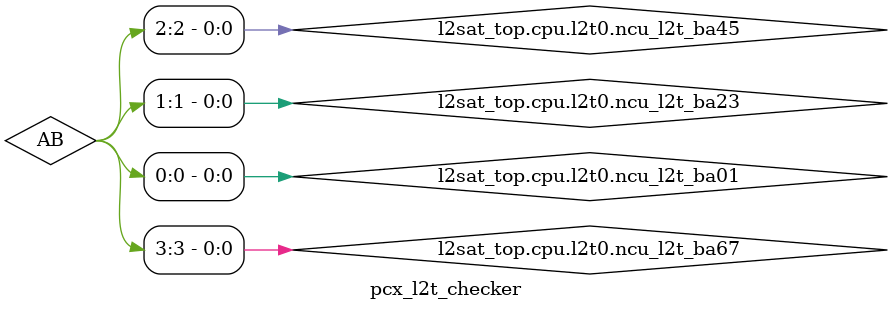
<source format=v>
`ifdef FC_BENCH
 `define TB_TOP tb_top
`else
`ifdef CCM
  `define TB_TOP tb_top
`else
  `define TB_TOP l2sat_top
`endif
`endif

`define pcx_req0            `TB_TOP.cpu.pcx_sctag0_data_rdy_px1
`define pcx_atm0            `TB_TOP.cpu.pcx_sctag0_atm_px1
`define pcx_valid0          `TB_TOP.cpu.pcx_sctag0_data_px2[129:129] 
`define pcx_req0_type       `TB_TOP.cpu.pcx_sctag0_data_px2[128:124]
`define pcx_req0_nc         `TB_TOP.cpu.pcx_sctag0_data_px2[123:123]
`define pcx_req0_cpu_id     `TB_TOP.cpu.pcx_sctag0_data_px2[122:120]
`define pcx_req0_thread_id  `TB_TOP.cpu.pcx_sctag0_data_px2[119:117]
`define pcx_req0_inv        `TB_TOP.cpu.pcx_sctag0_data_px2[116:116]
`define pcx_req0_pf         `TB_TOP.cpu.pcx_sctag0_data_px2[115:115]
`define pcx_req0_bis        `TB_TOP.cpu.pcx_sctag0_data_px2[114:114]
`define pcx_req0_size       `TB_TOP.cpu.pcx_sctag0_data_px2[111:104]
`define pcx_req0_bnk_addr   `TB_TOP.cpu.pcx_sctag0_data_px2[72:70]
`define clk                 `TB_TOP.cpu.l2clk
`define rst_n               `TB_TOP.reset
`define partial_mode_bank0  `TB_TOP.cpu.l2t0.ncu_l2t_pm
`define pcx_sctag0_data_rdy_px1	`TB_TOP.cpu.pcx_sctag0_data_rdy_px1

`define LOAD  5'b00000
`define IFILL 5'b10000
`define STORE 5'b00001
`define CAS_1 5'b00010
`define CAS_2 5'b00011
`define SWAP  5'b00111
`define STRLD 5'b00100
`define STRST 5'b00101
`define MMULD 5'b01000

`define BANK0  3'b000
`define BANK1  3'b001
`define BANK2  3'b010
`define BANK3  3'b011
`define BANK4  3'b100
`define BANK5  3'b101
`define BANK6  3'b110
`define BANK7  3'b111

`define CPU0  3'b000
`define CPU1  3'b001
`define CPU2  3'b010
`define CPU3  3'b011
`define CPU4  3'b100
`define CPU5  3'b101
`define CPU6  3'b110
`define CPU7  3'b111

module pcx_l2t_checker(); // top level module l2_pcx_protocol
reg pcx_sctag0_data_rdy_px1_d1;
wire[3:0] AB;
assign AB = {`TB_TOP.cpu.l2t0.ncu_l2t_ba67, `TB_TOP.cpu.l2t0.ncu_l2t_ba45, `TB_TOP.cpu.l2t0.ncu_l2t_ba23, `TB_TOP.cpu.l2t0.ncu_l2t_ba01};

always @(posedge  `TB_TOP.cpu.l2clk)
   begin
      pcx_sctag0_data_rdy_px1_d1 <= `pcx_sctag0_data_rdy_px1;
   end

`ifdef FC_BENCH

//Check that in Partial Cores Partial Banks mode, the corresponding
//l2clk is gated off and the address translation is correct.
/*
 x0in assert -var (`TB_TOP.cpu.l2t0.l2clk == 1'b0)
            -active (`TB_TOP.cpu.l2t0.ncu_l2t_pm == 1'b1 && `TB_TOP.cpu.l2t0.ncu_l2t_ba01 == 1'b1)
*/
/* x0in assert -var (`TB_TOP.cpu.l2t1.l2clk == 1'b0)
            -active (`TB_TOP.cpu.l2t1.ncu_l2t_pm == 1'b1 && `TB_TOP.cpu.l2t1.ncu_l2t_ba01 == 1'b1)
*/
/* x0in assert -var (`TB_TOP.cpu.l2t2.l2clk == 1'b0)
            -active (`TB_TOP.cpu.l2t2.ncu_l2t_pm == 1'b1 && `TB_TOP.cpu.l2t2.ncu_l2t_ba23 == 1'b1)
*/
/* x0in assert -var (`TB_TOP.cpu.l2t3.l2clk == 1'b0)
            -active (`TB_TOP.cpu.l2t3.ncu_l2t_pm == 1'b1 && `TB_TOP.cpu.l2t3.ncu_l2t_ba23 == 1'b1)
*/
/* x0in assert -var (`TB_TOP.cpu.l2t4.l2clk == 1'b0)
            -active (`TB_TOP.cpu.l2t4.ncu_l2t_pm == 1'b1 && `TB_TOP.cpu.l2t4.ncu_l2t_ba45 == 1'b1)
*/
/* x0in assert -var (`TB_TOP.cpu.l2t5.l2clk == 1'b0)
            -active (`TB_TOP.cpu.l2t5.ncu_l2t_pm == 1'b1 && `TB_TOP.cpu.l2t5.ncu_l2t_ba45 == 1'b1)
*/
/* x0in assert -var (`TB_TOP.cpu.l2t6.l2clk == 1'b0)
            -active (`TB_TOP.cpu.l2t6.ncu_l2t_pm == 1'b1 && `TB_TOP.cpu.l2t6.ncu_l2t_ba67 == 1'b1)
*/
/* x0in assert -var (`TB_TOP.cpu.l2t7.l2clk == 1'b0)
            -active (`TB_TOP.cpu.l2t7.ncu_l2t_pm == 1'b1 && `TB_TOP.cpu.l2t7.ncu_l2t_ba67 == 1'b1)
*/
`endif

/* x0in assert -var (pcx_l2t_data_px2[72:71] == 2'b00) 
            -active (ncu_l2t_pm == 1'b1 && AB == 4'b0001 ) 
            -module l2t
*/
/* x0in assert -var (pcx_l2t_data_px2[72:71] == 2'b01) 
            -active (ncu_l2t_pm == 1'b1 && AB == 4'b0010 ) 
            -module l2t
*/
/* x0in assert -var (pcx_l2t_data_px2[72] == 1'b0) 
            -active (ncu_l2t_pm == 1'b1 && AB == 4'b0011 ) 
            -module l2t
*/
/* x0in assert -var (pcx_l2t_data_px2[72:71] == 2'b10) 
            -active (ncu_l2t_pm == 1'b1 && AB == 4'b0100 ) 
            -module l2t
*/
/* x0in assert -var (pcx_l2t_data_px2[71] == 1'b0) 
            -active (ncu_l2t_pm == 1'b1 && AB == 4'b0101 ) 
            -module l2t
*/
/* x0in assert -var (pcx_l2t_data_px2[72] == ~pcx_l2t_data_px2[71]) 
            -active (ncu_l2t_pm == 1'b1 && AB == 4'b0110 ) 
            -module l2t
*/
/* x0in assert -var (pcx_l2t_data_px2[72:71] == 2'b11) 
            -active (ncu_l2t_pm == 1'b1 && AB == 4'b1000 ) 
            -module l2t
*/
/* x0in assert -var (pcx_l2t_data_px2[72] == pcx_l2t_data_px2[71]) 
            -active (ncu_l2t_pm == 1'b1 && AB == 4'b1001 ) 
            -module l2t
*/
/* x0in assert -var (pcx_l2t_data_px2[71] == 1'b1) 
            -active (ncu_l2t_pm == 1'b1 && AB == 4'b1010 ) 
            -module l2t
*/
/* x0in assert -var (pcx_l2t_data_px2[72] == 1'b1) 
            -active (ncu_l2t_pm == 1'b1 && AB == 4'b1100 ) 
            -module l2t
*/
/* 0in assert -var ~(AB == 4'b0000) 
            -active ((`TB_TOP.cpu.ncu_l2t_pm == 1'b1) & (`TB_TOP.flush_reset_complete == 1'b1))
            -clock `TB_TOP.cpu.l2clk*/
/* 0in assert -var ~(AB == 4'b0111) 
            -active (`TB_TOP.cpu.ncu_l2t_pm == 1'b1)
            -clock `TB_TOP.cpu.l2clk*/
/* 0in assert -var ~(AB == 4'b1011) 
            -active (`TB_TOP.cpu.ncu_l2t_pm == 1'b1)
            -clock `TB_TOP.cpu.l2clk*/
/* 0in assert -var ~(AB == 4'b1101) 
            -active (`TB_TOP.cpu.ncu_l2t_pm == 1'b1)
            -clock `TB_TOP.cpu.l2clk*/
/* 0in assert -var ~(AB == 4'b1110) 
            -active (`TB_TOP.cpu.ncu_l2t_pm == 1'b1)
            -clock `TB_TOP.cpu.l2clk*/
/* 0in assert -var ~(AB == 4'b1111)
	    -active (`TB_TOP.cpu.ncu_l2t_pm == 1'b1)
            -clock `TB_TOP.cpu.l2clk*/





//Check that every request is followed by a data rdy
/*
 x0in assert_follower -leader        `pcx_req0
                     -follower      `pcx_valid0 
                     -known_follower 
                     -min            1 
                     -max_leader     64
                     -clock          `clk 
*/


//Check that the contents of the packet is valid
/*
 0in value -var      `pcx_req0_type
           -val      `LOAD `IFILL `STORE `CAS_1 `CAS_2 `SWAP `STRST `MMULD `STRLD
           -active   (`pcx_valid0 & pcx_sctag0_data_rdy_px1_d1)
           -name      pcx_req_valid_chk
           -message  "pcx req has an invalid request type" 
           -module    cpu
           -clock    `clk
*/



//Check that for cas/swap packets the nc bit is set to one
/*
 0in value -var      `pcx_req0_nc
           -val      1'b1
           -active   (`pcx_valid0 & ((`pcx_req0_type == `CAS_1) | (`pcx_req0_type== `CAS_2) | (`pcx_req0_type == `SWAP)))
           -name      pcx_cas_nc_chk
           -module    cpu
           -clock    `clk
*/

          
//Check that for dcache invalidate packets the nc bit is set to zero
/*
 x0in value -var      `pcx_req0_nc
           -val      1'b0
           -active   (`pcx_valid0 & ((`pcx_req0_type == `LOAD) & (`pcx_req0_inv == 1'b1) & (`pcx_req0_pf ==1'b0)))
           -name      pcx_dcache_nc_chk
           -module    cpu
           -clock    `clk
*/


//Check that for icache invalidate packets the nc bit is set to zero
/*
 0in value -var      `pcx_req0_nc
           -val      1'b0
           -active   (`pcx_valid0 & ((`pcx_req0_type == `IFILL) & (`pcx_req0_inv == 1'b1)))
           -name      pcx_icache_nc_chk
           -module    cpu
           -clock    `clk
*/

//Check that for streamload and stream store nc bit is set to one       
/*
 0in value -var      `pcx_req0_nc
           -val      1'b1
           -active   (`pcx_valid0 & ((`pcx_req0_type == `STRST) | (`pcx_req0_type == `STRLD) | (`pcx_req0_type == `MMULD)))
           -name      pcx_cas_nc_chk_str
           -module    cpu
           -clock    `clk
*/

//Check for block stores and block init stores the size has to be 8'hff

//Bank steer check in 8 bank mode the Bank0 should be getting Bank0 pkts
/*
 0in value -var      `pcx_req0_bnk_addr
           -val      `BANK0 
           -active   (`pcx_valid0 & (`pcx_req0_type == `STORE) & (`pcx_req0_bis == 1'b1) & ~(`partial_mode_bank0))
           -name      pcx_bank0_steer
           -module    cpu
           -clock    `clk
*/

//Check for skid window, 5 cycles from the time stall is asserted no req's should
//be made to the l2t


//In case of atomic transactions make sure that the two back to back packets have
//the same semantics

endmodule //end top level module protocol check

/*
module l2_pcx_protocol;
///////////////////////////////////////////////////////////////////////////////
// These signals can be used to disable certain 0-In checkers at runtime,
// so that testcases forcing interface errors don't die with checker firings.
///////////////////////////////////////////////////////////////////////////////
//reg disable_l2_checks;
reg req0_d, req1_d, req2_d, req3_d, req4_d, req5_d, req6_d, req7_d;
reg cpu_id_d, cpu_id_dd;
reg atm0_d, atm0_dd;
reg atomic_broken;

//0in set_clock  -default  `clk -module l2_pcx_protocol  
   
initial
   begin
//      disable_l2_checks = 1'b0;
      atomic_broken     = 1'b0;
   end

//task chkr_off;
//   input [1:0] chkr;
//begin
//   case( chkr ) 
//      0: disable_l2_checks = 1'b1;
//      default:
//	$display("%m %t: invalid checker id %d \n", $time, chkr);
//   endcase
// end
//endtask // chkr_off


always @(posedge  `TB_TOP.cpu.l2clk)
   begin
      req0_d    <= `req0;
      atm0_d    <= `atm0;
      cpu_id_d  <= `cpu_id0;
      cpu_id_dd <= cpu_id_d;
      atm0_dd   <= atm0_d;
   end

wire   atm_req0;
assign atm_req0 = `req0 & `atm0;

wire   non_atm_req0;
assign non_atm_req0 = `req0 & ~(`atm0);

wire   non_atm_req_0d;
assign non_atm_req_0d = req0_d & ~(atm0_d);

wire   atm_req_0d;
assign atm_req_0d = req0_d & atm0_d;

wire   pcx_valid0_w;
assign pcx_valid0_w = `pcx_valid0; //0in  assert_follower -leader non_atm_req0 -follower pcx_valid0_w -min 1 -max 1 


//check that non_atm req is always followed by valid pcx packet
//x0in  assert_follower -ldr non_atm_req0 -flwr pcx_valid0_w -min 1 -max 1 -module l2_pcx_protocol

//check that atomic_req is always followed by valid pcx packet
//0in  assert_follower -ldr atm_req0 -flwr `pcx_valid0 -min 1 -max 1 




//atomic transition state machine
reg [3:0] atm_curr, atm_nxt;
parameter  [3:0] idle = 1, req = 2, atmReq0 = 4, atmReq1 = 8;
always @( `req0 or `atm0 or `pcx_valid0 or atm_curr or `rst)
   begin
      case (atm_curr)
         idle:
            begin
               if( ~`rst )
                  atm_nxt = idle;
               if( `req0 & `atm0)
                  atm_nxt = atmReq0;
               else if( `req0 & ~(`atm0) )
                  atm_nxt = req;
               else
                  atm_nxt = atm_curr;
            end
          req:
            begin
               if( `req0 & `atm0)
                  atm_nxt = atmReq0;
               else if ( `req0 & ~(`atm0) )
                  atm_nxt = req;
               else
                  atm_nxt = idle;
            end
          atmReq0:
            begin
               if( `req0 & (~`atm0) )
                  atm_nxt = atmReq1;
               else
                  atm_nxt = atm_curr;
            end
          atmReq1:
            begin
               if( `req0 & (~`atm0))
                 atm_nxt = req;
               else if ( `req0 & `atm0 )
                 atm_nxt = atmReq1;
               else
                 atm_nxt = idle;
            end
          default:
            begin
               //0in fire -message " should never reach this state"
            end
    endcase
    end

always @(posedge `clk or `rst )
   begin
     if (~`rst)
        atm_curr = 2'b00;
     else
        atm_curr = atm_nxt;
   end

//make sure that the pcx interface is not stuck               
//0in timeout -val 1000 -var atm_curr[2] 
//0in timeout -val 1000 -var atm_curr[3] 

//make sure that their no intervening transaction between atomic packets

reg atomic_broken;

always @( atm_curr[3] )
   begin
      if( cpu_id_d != cpu_id_dd )
        atomic_broken = 1'b1; //0in fire -message "atomicity broken on pcx to l2 atomic transaction"
   end    


endmodule
*/

</source>
